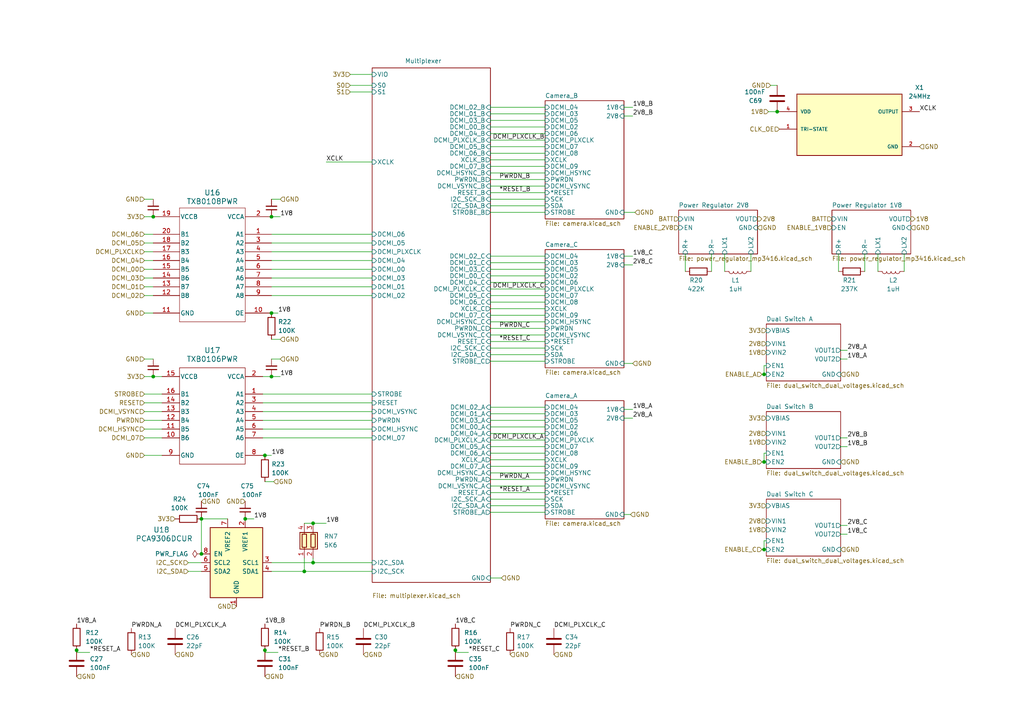
<source format=kicad_sch>
(kicad_sch (version 20250114) (generator "eeschema") (generator_version "9.0")
  (paper "A4")
  (lib_symbols
    (symbol "Common:ECS-TXO-2016-33-100-TR" (pin_names (offset 1.016))
      (property "Reference" "X" (at -15.2838 8.1513 0))
      (property "Value" "ECS-TXO-2016-33-100-TR" (at -15.2592 -12.716 0))
      (symbol "ECS-TXO-2016-33-100-TR_0_0"
        (pin input line (at -20.32 -2.54 0) (length 5.08) (name "TRI-STATE") (number "1"))
        (pin output line (at 20.32 2.54 180) (length 5.08) (name "OUTPUT") (number "3"))
        (pin power_in line (at 20.32 -7.62 180) (length 5.08) (name "GND") (number "2"))
      )
      (symbol "ECS-TXO-2016-33-100-TR_1_0"
        (pin power_in line (at -20.32 2.54 0) (length 5.08) (name "VDD") (number "4"))
      )
    )
    (symbol "Common:TXB0106PWR" (pin_names (offset 0.254))
      (property "Reference" "U" (at 9.398 32.258 0))
      (property "Value" "TXB0106PWR" (at 8.89 29.718 0))
      (symbol "TXB0106PWR_0_1"
        (pin power_in line (at -5.08 25.4 0) (length 5.08) (name "VCCA") (number "2"))
        (pin bidirectional line (at -5.08 20.32 0) (length 5.08) (name "A1") (number "1"))
        (pin bidirectional line (at -5.08 17.78 0) (length 5.08) (name "A2") (number "3"))
        (pin bidirectional line (at -5.08 15.24 0) (length 5.08) (name "A3") (number "4"))
        (pin bidirectional line (at -5.08 12.7 0) (length 5.08) (name "A4") (number "5"))
        (pin bidirectional line (at -5.08 10.16 0) (length 5.08) (name "A5") (number "6"))
        (pin bidirectional line (at -5.08 7.62 0) (length 5.08) (name "A6") (number "7"))
        (pin input line (at -5.08 2.54 0) (length 5.08) (name "OE") (number "8"))
        (pin power_in line (at 24.13 25.4 180) (length 5.08) (name "VCCB") (number "15"))
        (pin bidirectional line (at 24.13 20.32 180) (length 5.08) (name "B1") (number "16"))
        (pin bidirectional line (at 24.13 17.78 180) (length 5.08) (name "B2") (number "14"))
        (pin bidirectional line (at 24.13 15.24 180) (length 5.08) (name "B3") (number "13"))
        (pin bidirectional line (at 24.13 12.7 180) (length 5.08) (name "B4") (number "12"))
        (pin bidirectional line (at 24.13 10.16 180) (length 5.08) (name "B5") (number "11"))
        (pin bidirectional line (at 24.13 7.62 180) (length 5.08) (name "B6") (number "10"))
        (pin power_in line (at 24.13 2.54 180) (length 5.08) (name "GND") (number "9"))
      )
    )
    (symbol "Common:TXB0108PWR" (pin_names (offset 0.254))
      (property "Reference" "U" (at 10.16 38.1 0))
      (property "Value" "TXB0108PWR" (at 10.16 35.56 0))
      (symbol "TXB0108PWR_0_1"
        (pin power_in line (at -7.62 30.48 0) (length 7.62) (name "VCCA") (number "2"))
        (pin bidirectional line (at -7.62 25.4 0) (length 7.62) (name "A1") (number "1"))
        (pin bidirectional line (at -7.62 22.86 0) (length 7.62) (name "A2") (number "3"))
        (pin bidirectional line (at -7.62 20.32 0) (length 7.62) (name "A3") (number "4"))
        (pin bidirectional line (at -7.62 17.78 0) (length 7.62) (name "A4") (number "5"))
        (pin bidirectional line (at -7.62 15.24 0) (length 7.62) (name "A5") (number "6"))
        (pin bidirectional line (at -7.62 12.7 0) (length 7.62) (name "A6") (number "7"))
        (pin bidirectional line (at -7.62 10.16 0) (length 7.62) (name "A7") (number "8"))
        (pin bidirectional line (at -7.62 7.62 0) (length 7.62) (name "A8") (number "9"))
        (pin bidirectional line (at 26.67 25.4 180) (length 7.62) (name "B1") (number "20"))
        (pin bidirectional line (at 26.67 22.86 180) (length 7.62) (name "B2") (number "18"))
        (pin bidirectional line (at 26.67 20.32 180) (length 7.62) (name "B3") (number "17"))
        (pin bidirectional line (at 26.67 17.78 180) (length 7.62) (name "B4") (number "16"))
        (pin bidirectional line (at 26.67 15.24 180) (length 7.62) (name "B5") (number "15"))
        (pin bidirectional line (at 26.67 12.7 180) (length 7.62) (name "B6") (number "14"))
        (pin bidirectional line (at 26.67 10.16 180) (length 7.62) (name "B7") (number "13"))
        (pin bidirectional line (at 26.67 7.62 180) (length 7.62) (name "B8") (number "12"))
        (pin power_in line (at 26.67 2.54 180) (length 7.62) (name "GND") (number "11"))
      )
      (symbol "TXB0108PWR_1_1"
        (pin input line (at -7.62 2.54 0) (length 7.62) (name "OE") (number "10"))
        (pin power_in line (at 26.67 30.48 180) (length 7.62) (name "VCCB") (number "19"))
      )
    )
    (symbol "Device:C" (pin_numbers (hide yes)) (pin_names (offset 0.254))
      (property "Reference" "C" (at 0.635 2.54 0))
      (property "Value" "C" (at 0.635 -2.54 0))
      (symbol "C_1_1"
        (pin passive line (at 0 3.81 270) (length 2.794) (name "~") (number "1"))
        (pin passive line (at 0 -3.81 90) (length 2.794) (name "~") (number "2"))
      )
    )
    (symbol "Device:C_Small" (pin_numbers (hide yes)) (pin_names (offset 0.254) (hide yes))
      (property "Reference" "C" (at 0.254 1.778 0))
      (property "Value" "C_Small" (at 0.254 -2.032 0))
      (symbol "C_Small_1_1"
        (pin passive line (at 0 2.54 270) (length 2.032) (name "~") (number "1"))
        (pin passive line (at 0 -2.54 90) (length 2.032) (name "~") (number "2"))
      )
    )
    (symbol "Device:L" (pin_numbers (hide yes)) (pin_names (offset 1.016) (hide yes))
      (property "Reference" "L" (at -1.27 0 90))
      (property "Value" "L" (at 1.905 0 90))
      (symbol "L_1_1"
        (pin passive line (at 0 3.81 270) (length 1.27) (name "1") (number "1"))
        (pin passive line (at 0 -3.81 90) (length 1.27) (name "2") (number "2"))
      )
    )
    (symbol "Device:R" (pin_numbers (hide yes)) (pin_names (offset 0))
      (property "Reference" "R" (at 2.032 0 90))
      (property "Value" "R" (at 0 0 90))
      (symbol "R_1_1"
        (pin passive line (at 0 3.81 270) (length 1.27) (name "~") (number "1"))
        (pin passive line (at 0 -3.81 90) (length 1.27) (name "~") (number "2"))
      )
    )
    (symbol "Device:R_Pack02" (pin_names (offset 0) (hide yes))
      (property "Reference" "RN" (at -5.08 0 90))
      (property "Value" "R_Pack02" (at 2.54 0 90))
      (symbol "R_Pack02_1_1"
        (pin passive line (at -2.54 5.08 270) (length 2.54) (name "R1.2") (number "4"))
        (pin passive line (at -2.54 -5.08 90) (length 2.54) (name "R1.1") (number "1"))
        (pin passive line (at 0 5.08 270) (length 2.54) (name "R2.2") (number "3"))
        (pin passive line (at 0 -5.08 90) (length 2.54) (name "R2.1") (number "2"))
      )
    )
    (symbol "Interface:PCA9306" (pin_names (offset 1.016))
      (property "Reference" "U" (at -7.62 11.43 0))
      (property "Value" "PCA9306" (at 5.08 11.43 0))
      (symbol "PCA9306_1_1"
        (pin bidirectional line (at -10.16 0 0) (length 2.54) (name "SCL1") (number "3"))
        (pin bidirectional line (at -10.16 -2.54 0) (length 2.54) (name "SDA1") (number "4"))
        (pin power_in line (at -2.54 12.7 270) (length 2.54) (name "VREF1") (number "2"))
        (pin power_in line (at 0 -12.7 90) (length 2.54) (name "GND") (number "1"))
        (pin power_in line (at 2.54 12.7 270) (length 2.54) (name "VREF2") (number "7"))
        (pin input line (at 10.16 2.54 180) (length 2.54) (name "EN") (number "8"))
        (pin bidirectional line (at 10.16 0 180) (length 2.54) (name "SCL2") (number "6"))
        (pin bidirectional line (at 10.16 -2.54 180) (length 2.54) (name "SDA2") (number "5"))
      )
    )
    (symbol "power:PWR_FLAG" (power) (pin_numbers (hide yes)) (pin_names (offset 0) (hide yes))
      (property "Value" "PWR_FLAG" (at 0 3.81 0))
      (symbol "PWR_FLAG_0_0"
        (pin power_out line (at 0 0 90) (length 0) (name "~") (number "1"))
      )
    )
  )
  (junction (at 76.835 188.595))
  (junction (at 58.42 150.495))
  (junction (at 71.12 150.495))
  (junction (at 90.805 151.765))
  (junction (at 221.615 159.385))
  (junction (at 58.42 160.655))
  (junction (at 78.74 90.805))
  (junction (at 90.805 163.195))
  (junction (at 44.45 109.22))
  (junction (at 221.615 108.585))
  (junction (at 44.45 62.865))
  (junction (at 76.835 132.08))
  (junction (at 221.615 133.985))
  (junction (at 88.265 165.735))
  (junction (at 22.225 188.595))
  (junction (at 225.425 32.385))
  (junction (at 78.74 62.865))
  (junction (at 78.74 109.22))
  (junction (at 132.08 188.595))
  (wire (pts (xy 142.24 118.11) (xy 158.115 118.11)))
  (wire (pts (xy 41.91 67.945) (xy 44.45 67.945)))
  (wire (pts (xy 41.91 132.08) (xy 46.99 132.08)))
  (wire (pts (xy 76.2 114.3) (xy 107.95 114.3)))
  (wire (pts (xy 132.08 189.23) (xy 132.08 188.595)))
  (wire (pts (xy 142.24 50.165) (xy 158.115 50.165)))
  (wire (pts (xy 78.74 85.725) (xy 107.95 85.725)))
  (wire (pts (xy 142.24 125.73) (xy 158.115 125.73)))
  (wire (pts (xy 142.24 129.54) (xy 158.115 129.54)))
  (wire (pts (xy 142.24 139.065) (xy 158.115 139.065)))
  (wire (pts (xy 225.425 32.385) (xy 226.06 32.385)))
  (wire (pts (xy 78.74 75.565) (xy 107.95 75.565)))
  (wire (pts (xy 225.425 24.765) (xy 223.52 24.765)))
  (wire (pts (xy 198.755 73.66) (xy 198.755 78.74)))
  (wire (pts (xy 145.415 167.64) (xy 142.24 167.64)))
  (wire (pts (xy 142.24 34.925) (xy 158.115 34.925)))
  (wire (pts (xy 142.24 121.92) (xy 158.115 121.92)))
  (wire (pts (xy 142.24 100.965) (xy 158.115 100.965)))
  (wire (pts (xy 245.745 154.94) (xy 243.84 154.94)))
  (wire (pts (xy 76.2 109.22) (xy 78.74 109.22)))
  (wire (pts (xy 78.74 73.025) (xy 107.95 73.025)))
  (wire (pts (xy 183.515 121.285) (xy 180.975 121.285)))
  (wire (pts (xy 142.24 91.44) (xy 158.115 91.44)))
  (wire (pts (xy 41.91 85.725) (xy 44.45 85.725)))
  (wire (pts (xy 41.91 73.025) (xy 44.45 73.025)))
  (wire (pts (xy 142.24 93.345) (xy 158.115 93.345)))
  (wire (pts (xy 58.42 160.655) (xy 58.42 150.495)))
  (wire (pts (xy 41.91 75.565) (xy 44.45 75.565)))
  (wire (pts (xy 210.185 73.66) (xy 210.185 78.74)))
  (wire (pts (xy 78.74 67.945) (xy 107.95 67.945)))
  (wire (pts (xy 88.265 165.735) (xy 107.95 165.735)))
  (wire (pts (xy 142.24 44.45) (xy 158.115 44.45)))
  (wire (pts (xy 78.74 163.195) (xy 90.805 163.195)))
  (wire (pts (xy 78.74 83.185) (xy 107.95 83.185)))
  (wire (pts (xy 206.375 73.66) (xy 206.375 78.74)))
  (wire (pts (xy 142.24 46.355) (xy 158.115 46.355)))
  (wire (pts (xy 41.91 127) (xy 46.99 127)))
  (wire (pts (xy 142.24 48.26) (xy 158.115 48.26)))
  (wire (pts (xy 76.2 124.46) (xy 107.95 124.46)))
  (wire (pts (xy 221.615 106.045) (xy 221.615 108.585)))
  (wire (pts (xy 183.515 74.295) (xy 180.975 74.295)))
  (wire (pts (xy 245.745 101.6) (xy 243.84 101.6)))
  (wire (pts (xy 142.24 76.2) (xy 158.115 76.2)))
  (wire (pts (xy 81.28 57.785) (xy 78.74 57.785)))
  (wire (pts (xy 41.91 119.38) (xy 46.99 119.38)))
  (wire (pts (xy 220.98 133.985) (xy 221.615 133.985)))
  (wire (pts (xy 142.24 40.64) (xy 158.115 40.64)))
  (wire (pts (xy 26.035 189.23) (xy 22.225 189.23)))
  (wire (pts (xy 76.2 119.38) (xy 107.95 119.38)))
  (wire (pts (xy 90.805 151.765) (xy 94.615 151.765)))
  (wire (pts (xy 245.745 129.54) (xy 243.84 129.54)))
  (wire (pts (xy 58.42 150.495) (xy 66.04 150.495)))
  (wire (pts (xy 76.835 189.23) (xy 76.835 188.595)))
  (wire (pts (xy 142.24 102.87) (xy 158.115 102.87)))
  (wire (pts (xy 41.91 78.105) (xy 44.45 78.105)))
  (wire (pts (xy 41.91 62.865) (xy 44.45 62.865)))
  (wire (pts (xy 221.615 159.385) (xy 222.25 159.385)))
  (wire (pts (xy 184.15 61.595) (xy 180.975 61.595)))
  (wire (pts (xy 142.24 87.63) (xy 158.115 87.63)))
  (wire (pts (xy 78.74 70.485) (xy 107.95 70.485)))
  (wire (pts (xy 90.805 161.925) (xy 90.805 163.195)))
  (wire (pts (xy 142.24 53.975) (xy 158.115 53.975)))
  (wire (pts (xy 142.24 89.535) (xy 158.115 89.535)))
  (wire (pts (xy 220.98 159.385) (xy 221.615 159.385)))
  (wire (pts (xy 78.74 78.105) (xy 107.95 78.105)))
  (wire (pts (xy 142.24 144.78) (xy 158.115 144.78)))
  (wire (pts (xy 78.74 165.735) (xy 88.265 165.735)))
  (wire (pts (xy 142.24 97.155) (xy 158.115 97.155)))
  (wire (pts (xy 142.24 140.97) (xy 158.115 140.97)))
  (wire (pts (xy 142.24 81.915) (xy 158.115 81.915)))
  (wire (pts (xy 54.61 165.735) (xy 58.42 165.735)))
  (wire (pts (xy 76.2 121.92) (xy 107.95 121.92)))
  (wire (pts (xy 142.24 31.115) (xy 158.115 31.115)))
  (wire (pts (xy 76.2 132.08) (xy 76.835 132.08)))
  (wire (pts (xy 142.24 142.875) (xy 158.115 142.875)))
  (wire (pts (xy 142.24 61.595) (xy 158.115 61.595)))
  (wire (pts (xy 81.28 62.865) (xy 78.74 62.865)))
  (wire (pts (xy 41.91 124.46) (xy 46.99 124.46)))
  (wire (pts (xy 41.91 116.84) (xy 46.99 116.84)))
  (wire (pts (xy 222.25 131.445) (xy 221.615 131.445)))
  (wire (pts (xy 78.74 80.645) (xy 107.95 80.645)))
  (wire (pts (xy 142.24 36.83) (xy 158.115 36.83)))
  (wire (pts (xy 54.61 163.195) (xy 58.42 163.195)))
  (wire (pts (xy 41.91 109.22) (xy 44.45 109.22)))
  (wire (pts (xy 41.91 90.805) (xy 44.45 90.805)))
  (wire (pts (xy 76.2 127) (xy 107.95 127)))
  (wire (pts (xy 81.28 104.14) (xy 78.74 104.14)))
  (wire (pts (xy 142.24 80.01) (xy 158.115 80.01)))
  (wire (pts (xy 142.24 123.825) (xy 158.115 123.825)))
  (wire (pts (xy 44.45 109.22) (xy 46.99 109.22)))
  (wire (pts (xy 254.635 73.66) (xy 254.635 78.74)))
  (wire (pts (xy 142.24 78.105) (xy 158.115 78.105)))
  (wire (pts (xy 135.89 189.23) (xy 132.08 189.23)))
  (wire (pts (xy 41.91 104.14) (xy 44.45 104.14)))
  (wire (pts (xy 142.24 33.02) (xy 158.115 33.02)))
  (wire (pts (xy 142.24 85.725) (xy 158.115 85.725)))
  (wire (pts (xy 142.24 135.255) (xy 158.115 135.255)))
  (wire (pts (xy 183.515 33.655) (xy 180.975 33.655)))
  (wire (pts (xy 41.91 121.92) (xy 46.99 121.92)))
  (wire (pts (xy 262.255 73.66) (xy 262.255 78.74)))
  (wire (pts (xy 41.91 80.645) (xy 44.45 80.645)))
  (wire (pts (xy 142.24 146.685) (xy 158.115 146.685)))
  (wire (pts (xy 41.91 70.485) (xy 44.45 70.485)))
  (wire (pts (xy 222.885 32.385) (xy 225.425 32.385)))
  (wire (pts (xy 41.91 114.3) (xy 46.99 114.3)))
  (wire (pts (xy 217.805 73.66) (xy 217.805 78.74)))
  (wire (pts (xy 90.805 163.195) (xy 107.95 163.195)))
  (wire (pts (xy 183.515 105.41) (xy 180.975 105.41)))
  (wire (pts (xy 221.615 108.585) (xy 222.25 108.585)))
  (wire (pts (xy 79.375 139.7) (xy 76.835 139.7)))
  (wire (pts (xy 222.25 106.045) (xy 221.615 106.045)))
  (wire (pts (xy 41.91 83.185) (xy 44.45 83.185)))
  (wire (pts (xy 250.825 73.66) (xy 250.825 78.74)))
  (wire (pts (xy 142.24 148.59) (xy 158.115 148.59)))
  (wire (pts (xy 245.745 152.4) (xy 243.84 152.4)))
  (wire (pts (xy 76.2 116.84) (xy 107.95 116.84)))
  (wire (pts (xy 142.24 52.07) (xy 158.115 52.07)))
  (wire (pts (xy 245.745 127) (xy 243.84 127)))
  (wire (pts (xy 101.6 24.765) (xy 107.95 24.765)))
  (wire (pts (xy 81.28 98.425) (xy 78.74 98.425)))
  (wire (pts (xy 80.645 189.23) (xy 76.835 189.23)))
  (wire (pts (xy 22.225 189.23) (xy 22.225 188.595)))
  (wire (pts (xy 142.24 104.775) (xy 158.115 104.775)))
  (wire (pts (xy 183.515 118.745) (xy 180.975 118.745)))
  (wire (pts (xy 88.265 161.925) (xy 88.265 165.735)))
  (wire (pts (xy 142.24 133.35) (xy 158.115 133.35)))
  (wire (pts (xy 142.24 120.015) (xy 158.115 120.015)))
  (wire (pts (xy 73.66 150.495) (xy 71.12 150.495)))
  (wire (pts (xy 221.615 133.985) (xy 222.25 133.985)))
  (wire (pts (xy 80.645 90.805) (xy 78.74 90.805)))
  (wire (pts (xy 81.28 109.22) (xy 78.74 109.22)))
  (wire (pts (xy 183.515 76.835) (xy 180.975 76.835)))
  (wire (pts (xy 243.205 73.66) (xy 243.205 78.74)))
  (wire (pts (xy 221.615 156.845) (xy 221.615 159.385)))
  (wire (pts (xy 245.745 104.14) (xy 243.84 104.14)))
  (wire (pts (xy 222.25 156.845) (xy 221.615 156.845)))
  (wire (pts (xy 142.24 137.16) (xy 158.115 137.16)))
  (wire (pts (xy 142.24 55.88) (xy 158.115 55.88)))
  (wire (pts (xy 76.835 132.08) (xy 78.74 132.08)))
  (wire (pts (xy 101.6 21.59) (xy 107.95 21.59)))
  (wire (pts (xy 142.24 38.735) (xy 158.115 38.735)))
  (wire (pts (xy 220.98 108.585) (xy 221.615 108.585)))
  (wire (pts (xy 142.24 83.82) (xy 158.115 83.82)))
  (wire (pts (xy 142.24 127.635) (xy 158.115 127.635)))
  (wire (pts (xy 221.615 131.445) (xy 221.615 133.985)))
  (wire (pts (xy 101.6 26.67) (xy 107.95 26.67)))
  (wire (pts (xy 41.91 57.785) (xy 44.45 57.785)))
  (wire (pts (xy 142.24 131.445) (xy 158.115 131.445)))
  (wire (pts (xy 88.265 151.765) (xy 90.805 151.765)))
  (wire (pts (xy 142.24 57.785) (xy 158.115 57.785)))
  (wire (pts (xy 183.515 31.115) (xy 180.975 31.115)))
  (wire (pts (xy 94.615 46.99) (xy 107.95 46.99)))
  (wire (pts (xy 182.88 149.225) (xy 180.975 149.225)))
  (wire (pts (xy 142.24 95.25) (xy 158.115 95.25)))
  (wire (pts (xy 142.24 59.69) (xy 158.115 59.69)))
  (wire (pts (xy 142.24 74.295) (xy 158.115 74.295)))
  (wire (pts (xy 142.24 42.545) (xy 158.115 42.545)))
  (wire (pts (xy 142.24 99.06) (xy 158.115 99.06)))
  (label "1V8" (at 81.28 62.865 0))
  (label "1V8_A" (at 183.515 118.745 0))
  (label "XCLK" (at 266.7 32.385 0))
  (label "1V8_B" (at 76.835 180.975 0))
  (label "2V8_A" (at 183.515 121.285 0))
  (label "1V8_C" (at 245.745 154.94 0))
  (label "DCMI_PLXCLK_C" (at 142.875 83.82 0))
  (label "1V8" (at 80.645 90.805 0))
  (label "DCMI_PLXCLK_A" (at 142.875 127.635 0))
  (label "*RESET_C" (at 144.78 99.06 0))
  (label "*RESET_A" (at 26.035 189.23 0))
  (label "1V8_C" (at 132.08 180.975 0))
  (label "2V8_A" (at 245.745 101.6 0))
  (label "*RESET_C" (at 135.89 189.23 0))
  (label "2V8_B" (at 245.745 127 0))
  (label "2V8_C" (at 245.745 152.4 0))
  (label "*RESET_B" (at 80.645 189.23 0))
  (label "DCMI_PLXCLK_B" (at 142.875 40.64 0))
  (label "PWRDN_A" (at 38.1 182.245 0))
  (label "DCMI_PLXCLK_A" (at 50.8 182.245 0))
  (label "PWRDN_B" (at 92.71 182.245 0))
  (label "1V8_A" (at 22.225 180.975 0))
  (label "*RESET_A" (at 144.78 142.875 0))
  (label "PWRDN_C" (at 147.955 182.245 0))
  (label "1V8_A" (at 245.745 104.14 0))
  (label "1V8_C" (at 183.515 74.295 0))
  (label "XCLK" (at 94.615 46.99 0))
  (label "DCMI_PLXCLK_B" (at 105.41 182.245 0))
  (label "2V8_C" (at 183.515 76.835 0))
  (label "1V8" (at 78.74 132.08 0))
  (label "PWRDN_B" (at 144.78 52.07 0))
  (label "1V8_B" (at 245.745 129.54 0))
  (label "PWRDN_C" (at 144.78 95.25 0))
  (label "2V8_B" (at 183.515 33.655 0))
  (label "DCMI_PLXCLK_C" (at 160.655 182.245 0))
  (label "1V8" (at 81.28 109.22 0))
  (label "1V8" (at 73.66 150.495 0))
  (label "PWRDN_A" (at 144.78 139.065 0))
  (label "*RESET_B" (at 144.78 55.88 0))
  (label "1V8_B" (at 183.515 31.115 0))
  (label "1V8" (at 94.615 151.765 0))
  (hierarchical_label "ENABLE_B" (shape input) (at 220.98 133.985 180))
  (hierarchical_label "GND" (shape input) (at 81.28 98.425 0))
  (hierarchical_label "GND" (shape input) (at 219.71 66.04 0))
  (hierarchical_label "DCMI_00" (shape input) (at 41.91 78.105 180))
  (hierarchical_label "GND" (shape input) (at 71.12 145.415 180))
  (hierarchical_label "DCMI_05" (shape input) (at 41.91 70.485 180))
  (hierarchical_label "1V8" (shape input) (at 222.885 32.385 180))
  (hierarchical_label "DCMI_06" (shape input) (at 41.91 67.945 180))
  (hierarchical_label "S1" (shape input) (at 101.6 26.67 180))
  (hierarchical_label "GND" (shape input) (at 68.58 175.895 180))
  (hierarchical_label "DCMI_PLXCLK" (shape input) (at 41.91 73.025 180))
  (hierarchical_label "BATT" (shape input) (at 241.3 63.5 180))
  (hierarchical_label "1V8" (shape input) (at 222.25 102.235 180))
  (hierarchical_label "GND" (shape input) (at 41.91 90.805 180))
  (hierarchical_label "DCMI_HSYNC" (shape input) (at 41.91 124.46 180))
  (hierarchical_label "GND" (shape input) (at 92.71 189.865 0))
  (hierarchical_label "3V3" (shape input) (at 222.25 146.685 180))
  (hierarchical_label "DCMI_04" (shape input) (at 41.91 75.565 180))
  (hierarchical_label "GND" (shape input) (at 41.91 104.14 180))
  (hierarchical_label "GND" (shape input) (at 81.28 104.14 0))
  (hierarchical_label "GND" (shape input) (at 243.84 108.585 0))
  (hierarchical_label "GND" (shape input) (at 145.415 167.64 0))
  (hierarchical_label "ENABLE_1V8" (shape input) (at 241.3 66.04 180))
  (hierarchical_label "GND" (shape input) (at 38.1 189.865 0))
  (hierarchical_label "CLK_OE" (shape input) (at 226.06 37.465 180))
  (hierarchical_label "GND" (shape input) (at 182.88 149.225 0))
  (hierarchical_label "GND" (shape input) (at 184.15 61.595 0))
  (hierarchical_label "2V8" (shape input) (at 222.25 151.13 180))
  (hierarchical_label "DCMI_02" (shape input) (at 41.91 85.725 180))
  (hierarchical_label "DCMI_VSYNC" (shape input) (at 41.91 119.38 180))
  (hierarchical_label "GND" (shape input) (at 160.655 189.865 0))
  (hierarchical_label "DCMI_03" (shape input) (at 41.91 80.645 180))
  (hierarchical_label "I2C_SCK" (shape input) (at 54.61 163.195 180))
  (hierarchical_label "GND" (shape input) (at 105.41 189.865 0))
  (hierarchical_label "PWRDN" (shape input) (at 41.91 121.92 180))
  (hierarchical_label "GND" (shape input) (at 41.91 132.08 180))
  (hierarchical_label "GND" (shape input) (at 22.225 196.215 0))
  (hierarchical_label "3V3" (shape input) (at 41.91 62.865 180))
  (hierarchical_label "2V8" (shape output) (at 219.71 63.5 0))
  (hierarchical_label "RESET" (shape input) (at 41.91 116.84 180))
  (hierarchical_label "1V8" (shape input) (at 222.25 153.67 180))
  (hierarchical_label "BATT" (shape input) (at 196.85 63.5 180))
  (hierarchical_label "1V8" (shape input) (at 222.25 128.27 180))
  (hierarchical_label "2V8" (shape input) (at 222.25 99.695 180))
  (hierarchical_label "ENABLE_2V8" (shape input) (at 196.85 66.04 180))
  (hierarchical_label "GND" (shape input) (at 243.84 159.385 0))
  (hierarchical_label "ENABLE_C" (shape input) (at 220.98 159.385 180))
  (hierarchical_label "STROBE" (shape input) (at 41.91 114.3 180))
  (hierarchical_label "GND" (shape input) (at 41.91 57.785 180))
  (hierarchical_label "1V8" (shape output) (at 264.16 63.5 0))
  (hierarchical_label "GND" (shape input) (at 79.375 139.7 0))
  (hierarchical_label "I2C_SDA" (shape input) (at 54.61 165.735 180))
  (hierarchical_label "GND" (shape input) (at 132.08 196.215 0))
  (hierarchical_label "3V3" (shape input) (at 41.91 109.22 180))
  (hierarchical_label "GND" (shape input) (at 147.955 189.865 0))
  (hierarchical_label "GND" (shape input) (at 183.515 105.41 0))
  (hierarchical_label "GND" (shape input) (at 266.7 42.545 0))
  (hierarchical_label "GND" (shape input) (at 223.52 24.765 180))
  (hierarchical_label "3V3" (shape input) (at 101.6 21.59 180))
  (hierarchical_label "GND" (shape input) (at 243.84 133.985 0))
  (hierarchical_label "3V3" (shape input) (at 50.8 150.495 180))
  (hierarchical_label "3V3" (shape input) (at 222.25 95.885 180))
  (hierarchical_label "GND" (shape input) (at 264.16 66.04 0))
  (hierarchical_label "GND" (shape input) (at 58.42 145.415 0))
  (hierarchical_label "S0" (shape input) (at 101.6 24.765 180))
  (hierarchical_label "2V8" (shape input) (at 222.25 125.73 180))
  (hierarchical_label "GND" (shape input) (at 50.8 189.865 0))
  (hierarchical_label "GND" (shape input) (at 81.28 57.785 0))
  (hierarchical_label "3V3" (shape input) (at 222.25 121.285 180))
  (hierarchical_label "DCMI_01" (shape input) (at 41.91 83.185 180))
  (hierarchical_label "GND" (shape input) (at 76.835 196.215 0))
  (hierarchical_label "ENABLE_A" (shape input) (at 220.98 108.585 180))
  (hierarchical_label "DCMI_07" (shape input) (at 41.91 127 180))
  (symbol (lib_id "Device:R") (at 78.74 94.615 0) (unit 1)
    (property "Reference" "R22" (at 80.645 93.3449 0) (effects (justify left)))
    (property "Value" "100K" (at 80.645 95.8849 0) (effects (justify left)))
    (property "Footprint" "Resistor_SMD:R_0402_1005Metric_Pad0.72x0.64mm_HandSolder" (effects (hide yes)))
    (property "Datasheet" "https://www.yageo.com/upload/media/product/products/datasheet/rchip/PYu-RC_Group_51_RoHS_L_12.pdf" (effects (hide yes)))
    (property "Description" "Resistor" (effects (hide yes)))
    (property "Tolerance" "1" (effects (hide yes)))
    (property "Manufacturer" "YAGEO" (effects (hide yes)))
    (property "Part Number" "RC0402FR-07100KL" (effects (hide yes)))
  )
  (symbol (lib_id "Device:C_Small") (at 78.74 60.325 0) (mirror x) (unit 1)
    (property "Reference" "C71" (effects (hide yes)))
    (property "Value" "100nF" (effects (hide yes)))
    (property "Footprint" "Capacitor_SMD:C_0402_1005Metric_Pad0.74x0.62mm_HandSolder" (effects (hide yes)))
    (property "Datasheet" "https://search.murata.co.jp/Ceramy/image/img/A01X/G101/ENG/GRM155R61E104KA87-01.pdf" (effects (hide yes)))
    (property "Description" "Unpolarized capacitor, small symbol" (effects (hide yes)))
    (property "Temperture Coefficient" "X5R" (effects (hide yes)))
    (property "Tolerance" "10" (effects (hide yes)))
    (property "Voltage" "25" (effects (hide yes)))
    (property "Manufacturer" "Murata" (effects (hide yes)))
    (property "Part Number" "GRM155R61E104KA87D" (effects (hide yes)))
  )
  (symbol (lib_id "power:PWR_FLAG") (at 58.42 160.655 90) (unit 1)
    (property "Reference" "#FLG06" (effects (hide yes)))
    (property "Value" "PWR_FLAG" (at 54.61 160.6549 90) (effects (justify left)))
    (property "Description" "Special symbol for telling ERC where power comes from" (effects (hide yes)))
  )
  (symbol (lib_id "Device:C") (at 50.8 186.055 0) (unit 1)
    (property "Reference" "C26" (at 53.975 184.7849 0) (effects (justify left)))
    (property "Value" "22pF" (at 53.975 187.3249 0) (effects (justify left)))
    (property "Footprint" "Capacitor_SMD:C_0402_1005Metric_Pad0.74x0.62mm_HandSolder" (effects (hide yes)))
    (property "Datasheet" "https://search.murata.co.jp/Ceramy/image/img/A01X/G101/ENG/GRT1555C1E220JA02-01.pdf" (effects (hide yes)))
    (property "Description" "Unpolarized capacitor" (effects (hide yes)))
    (property "Tolerance" "5" (effects (hide yes)))
    (property "Voltage" "25" (effects (hide yes)))
    (property "Temperture Coefficient" "C0G/NP0" (effects (hide yes)))
    (property "Manufacturer" "Murata" (effects (hide yes)))
    (property "Part Number" "GRT1555C1E220JA02J" (effects (hide yes)))
  )
  (symbol (lib_id "Device:R") (at 132.08 184.785 0) (unit 1)
    (property "Reference" "R16" (at 134.62 183.5149 0) (effects (justify left)))
    (property "Value" "100K" (at 134.62 186.0549 0) (effects (justify left)))
    (property "Footprint" "Resistor_SMD:R_0402_1005Metric_Pad0.72x0.64mm_HandSolder" (effects (hide yes)))
    (property "Datasheet" "https://www.yageo.com/upload/media/product/products/datasheet/rchip/PYu-RC_Group_51_RoHS_L_12.pdf" (effects (hide yes)))
    (property "Description" "Resistor" (effects (hide yes)))
    (property "Note" "pullup/pulldown" (effects (hide yes)))
    (property "Tolerance" "1" (effects (hide yes)))
    (property "Manufacturer" "YAGEO" (effects (hide yes)))
    (property "Part Number" "RC0402FR-07100KL" (effects (hide yes)))
  )
  (symbol (lib_id "Device:C") (at 76.835 192.405 0) (unit 1)
    (property "Reference" "C31" (at 80.645 191.1349 0) (effects (justify left)))
    (property "Value" "100nF" (at 80.645 193.6749 0) (effects (justify left)))
    (property "Footprint" "Capacitor_SMD:C_0402_1005Metric_Pad0.74x0.62mm_HandSolder" (effects (hide yes)))
    (property "Datasheet" "https://search.murata.co.jp/Ceramy/image/img/A01X/G101/ENG/GRM155R61E104KA87-01.pdf" (effects (hide yes)))
    (property "Description" "Unpolarized capacitor" (effects (hide yes)))
    (property "Tolerance" "10" (effects (hide yes)))
    (property "Voltage" "25" (effects (hide yes)))
    (property "Temperture Coefficient" "X5R" (effects (hide yes)))
    (property "Manufacturer" "Murata" (effects (hide yes)))
    (property "Part Number" "GRM155R61E104KA87D" (effects (hide yes)))
  )
  (symbol (lib_id "Device:C") (at 105.41 186.055 0) (unit 1)
    (property "Reference" "C30" (at 108.585 184.7849 0) (effects (justify left)))
    (property "Value" "22pF" (at 108.585 187.3249 0) (effects (justify left)))
    (property "Footprint" "Capacitor_SMD:C_0402_1005Metric_Pad0.74x0.62mm_HandSolder" (effects (hide yes)))
    (property "Datasheet" "https://search.murata.co.jp/Ceramy/image/img/A01X/G101/ENG/GRT1555C1E220JA02-01.pdf" (effects (hide yes)))
    (property "Description" "Unpolarized capacitor" (effects (hide yes)))
    (property "Tolerance" "5" (effects (hide yes)))
    (property "Voltage" "25" (effects (hide yes)))
    (property "Temperture Coefficient" "C0G/NP0" (effects (hide yes)))
    (property "Manufacturer" "Murata" (effects (hide yes)))
    (property "Part Number" "GRT1555C1E220JA02J" (effects (hide yes)))
  )
  (symbol (lib_id "Device:C") (at 22.225 192.405 0) (unit 1)
    (property "Reference" "C27" (at 26.035 191.1349 0) (effects (justify left)))
    (property "Value" "100nF" (at 26.035 193.6749 0) (effects (justify left)))
    (property "Footprint" "Capacitor_SMD:C_0402_1005Metric_Pad0.74x0.62mm_HandSolder" (effects (hide yes)))
    (property "Datasheet" "https://search.murata.co.jp/Ceramy/image/img/A01X/G101/ENG/GRM155R61E104KA87-01.pdf" (effects (hide yes)))
    (property "Description" "Unpolarized capacitor" (effects (hide yes)))
    (property "Tolerance" "10" (effects (hide yes)))
    (property "Voltage" "25" (effects (hide yes)))
    (property "Temperture Coefficient" "X5R" (effects (hide yes)))
    (property "Manufacturer" "Murata" (effects (hide yes)))
    (property "Part Number" "GRM155R61E104KA87D" (effects (hide yes)))
  )
  (symbol (lib_id "Device:R_Pack02") (at 90.805 156.845 0) (unit 1)
    (property "Reference" "RN7" (at 93.98 155.5749 0) (effects (justify left)))
    (property "Value" "5K6" (at 93.98 158.1149 0) (effects (justify left)))
    (property "Footprint" "Resistor_SMD:R_Array_Convex_2x0402" (effects (hide yes)))
    (property "Datasheet" "https://industrial.panasonic.com/cdbs/www-data/pdf/AOC0000/AOC0000C14.pdf" (effects (hide yes)))
    (property "Description" "2 resistor network, parallel topology" (effects (hide yes)))
    (property "Manufacturer" "Panasonic" (effects (hide yes)))
    (property "Part Number" "EXB-24V562JX" (effects (hide yes)))
    (property "Tolerance" "5" (effects (hide yes)))
  )
  (symbol (lib_id "Common:TXB0108PWR") (at 71.12 93.345 0) (mirror y) (unit 1)
    (property "Reference" "U16" (at 61.595 55.88 0) (effects (font (size 1.524 1.524))))
    (property "Value" "TXB0108PWR" (at 61.595 58.42 0) (effects (font (size 1.524 1.524))))
    (property "Footprint" "Package_SO:TSSOP-20_4.4x6.5mm_P0.65mm" (effects (hide yes)))
    (property "Datasheet" "https://www.ti.com/lit/ds/symlink/txb0108.pdf?HQS=dis-dk-null-digikeymode-dsf-pf-null-wwe&ts=1746948011633" (effects (hide yes)))
    (property "Description" "Voltage Level Translator Bidirectional 1 Circuit 8 Channel 100Mbps 20-TSSOP" (effects (hide yes)))
    (property "Manufacturer" "TI" (effects (hide yes)))
    (property "Part Number" "TXB0108PWR" (effects (hide yes)))
  )
  (symbol (lib_id "Device:C") (at 132.08 192.405 0) (unit 1)
    (property "Reference" "C35" (at 135.89 191.1349 0) (effects (justify left)))
    (property "Value" "100nF" (at 135.89 193.6749 0) (effects (justify left)))
    (property "Footprint" "Capacitor_SMD:C_0402_1005Metric_Pad0.74x0.62mm_HandSolder" (effects (hide yes)))
    (property "Datasheet" "https://search.murata.co.jp/Ceramy/image/img/A01X/G101/ENG/GRM155R61E104KA87-01.pdf" (effects (hide yes)))
    (property "Description" "Unpolarized capacitor" (effects (hide yes)))
    (property "Tolerance" "10" (effects (hide yes)))
    (property "Voltage" "25" (effects (hide yes)))
    (property "Temperture Coefficient" "X5R" (effects (hide yes)))
    (property "Manufacturer" "Murata" (effects (hide yes)))
    (property "Part Number" "GRM155R61E104KA87D" (effects (hide yes)))
  )
  (symbol (lib_id "Common:TXB0106PWR") (at 71.12 134.62 0) (mirror y) (unit 1)
    (property "Reference" "U17" (at 61.595 101.6 0) (effects (font (size 1.524 1.524))))
    (property "Value" "TXB0106PWR" (at 61.595 104.14 0) (effects (font (size 1.524 1.524))))
    (property "Footprint" "Package_SO:TSSOP-16_4.4x5mm_P0.65mm" (effects (hide yes)))
    (property "Datasheet" "https://www.ti.com/lit/ds/symlink/txb0106.pdf?HQS=dis-dk-null-digikeymode-dsf-pf-null-wwe&ts=1746990543534" (effects (hide yes)))
    (property "Description" "Voltage Level Translator Bidirectional 1 Circuit 6 Channel 100Mbps 16-TSSOP" (effects (hide yes)))
    (property "Manufacturer" "TI" (effects (hide yes)))
    (property "Part Number" "TXB0106PWR" (effects (hide yes)))
  )
  (symbol (lib_id "Device:C_Small") (at 44.45 60.325 180) (unit 1)
    (property "Reference" "C70" (effects (hide yes)))
    (property "Value" "100nF" (effects (hide yes)))
    (property "Footprint" "Capacitor_SMD:C_0402_1005Metric_Pad0.74x0.62mm_HandSolder" (effects (hide yes)))
    (property "Datasheet" "https://search.murata.co.jp/Ceramy/image/img/A01X/G101/ENG/GRM155R61E104KA87-01.pdf" (effects (hide yes)))
    (property "Description" "Unpolarized capacitor, small symbol" (effects (hide yes)))
    (property "Temperture Coefficient" "X5R" (effects (hide yes)))
    (property "Tolerance" "10" (effects (hide yes)))
    (property "Voltage" "25" (effects (hide yes)))
    (property "Manufacturer" "Murata" (effects (hide yes)))
    (property "Part Number" "GRM155R61E104KA87D" (effects (hide yes)))
  )
  (symbol (lib_id "Device:C") (at 225.425 28.575 0) (mirror x) (unit 1)
    (property "Reference" "C69" (at 217.17 29.21 0) (effects (justify left)))
    (property "Value" "100nF" (at 215.9 26.67 0) (effects (justify left)))
    (property "Footprint" "Capacitor_SMD:C_0402_1005Metric_Pad0.74x0.62mm_HandSolder" (effects (hide yes)))
    (property "Datasheet" "https://search.murata.co.jp/Ceramy/image/img/A01X/G101/ENG/GRM155R61E104KA87-01.pdf" (effects (hide yes)))
    (property "Description" "Unpolarized capacitor" (effects (hide yes)))
    (property "Voltage" "25" (effects (hide yes)))
    (property "Tolerance" "10" (effects (hide yes)))
    (property "Temperture Coefficient" "X5R" (effects (hide yes)))
    (property "Manufacturer" "Murata" (effects (hide yes)))
    (property "Part Number" "GRM155R61E104KA87D" (effects (hide yes)))
  )
  (symbol (lib_id "Device:L") (at 213.995 78.74 270) (unit 1)
    (property "Reference" "L1" (at 213.36 81.28 90))
    (property "Value" "1uH" (at 213.36 83.82 90))
    (property "Footprint" "Inductor_SMD:L_1008_2520Metric_Pad1.43x2.20mm_HandSolder" (effects (hide yes)))
    (property "Datasheet" "https://www.murata.com/~/media/webrenewal/products/inductor/chip/tokoproducts/wirewoundmetalalloychiptype/m_dfe252012p.ashx" (effects (hide yes)))
    (property "Description" "Inductor" (effects (hide yes)))
    (property "Amps" "3.2" (effects (hide yes)))
    (property "Manufacturer" "Murata" (effects (hide yes)))
    (property "Part Number" "DFE252012P-1R0M=P2" (effects (hide yes)))
  )
  (symbol (lib_id "Device:R") (at 54.61 150.495 90) (unit 1)
    (property "Reference" "R24" (at 52.07 144.78 90))
    (property "Value" "100K" (at 52.07 147.32 90))
    (property "Footprint" "Resistor_SMD:R_0402_1005Metric_Pad0.72x0.64mm_HandSolder" (effects (hide yes)))
    (property "Datasheet" "https://www.yageo.com/upload/media/product/products/datasheet/rchip/PYu-RC_Group_51_RoHS_L_12.pdf" (effects (hide yes)))
    (property "Description" "Resistor" (effects (hide yes)))
    (property "Tolerance" "1" (effects (hide yes)))
    (property "Manufacturer" "YAGEO" (effects (hide yes)))
    (property "Part Number" "RC0402FR-07100KL" (effects (hide yes)))
  )
  (symbol (lib_id "Common:ECS-TXO-2016-33-100-TR") (at 246.38 34.925 0) (unit 1)
    (property "Reference" "X1" (at 266.7 25.4 0))
    (property "Value" "24MHz" (at 266.7 27.94 0))
    (property "Footprint" "Oscillator:Oscillator_SMD_ECS_2520MV-xxx-xx-4Pin_2.5x2.0mm" (effects (hide yes)))
    (property "Datasheet" "https://ecsxtal.com/store/pdf/ECS-2520MV.pdf" (effects (hide yes)))
    (property "Description" "Oscillator" (effects (hide yes)))
    (property "Manufacturer" "ECS" (effects (hide yes)))
    (property "Part Number" "ECS-2520MV-240-BN-TR" (effects (hide yes)))
  )
  (symbol (lib_id "Device:C_Small") (at 78.74 106.68 0) (mirror x) (unit 1)
    (property "Reference" "C73" (effects (hide yes)))
    (property "Value" "100nF" (effects (hide yes)))
    (property "Footprint" "Capacitor_SMD:C_0402_1005Metric_Pad0.74x0.62mm_HandSolder" (effects (hide yes)))
    (property "Datasheet" "https://search.murata.co.jp/Ceramy/image/img/A01X/G101/ENG/GRM155R61E104KA87-01.pdf" (effects (hide yes)))
    (property "Description" "Unpolarized capacitor, small symbol" (effects (hide yes)))
    (property "Temperture Coefficient" "X5R" (effects (hide yes)))
    (property "Tolerance" "10" (effects (hide yes)))
    (property "Voltage" "25" (effects (hide yes)))
    (property "Manufacturer" "Murata" (effects (hide yes)))
    (property "Part Number" "GRM155R61E104KA87D" (effects (hide yes)))
  )
  (symbol (lib_id "Device:R") (at 147.955 186.055 0) (unit 1)
    (property "Reference" "R17" (at 149.86 184.7849 0) (effects (justify left)))
    (property "Value" "100K" (at 149.86 187.3249 0) (effects (justify left)))
    (property "Footprint" "Resistor_SMD:R_0402_1005Metric_Pad0.72x0.64mm_HandSolder" (effects (hide yes)))
    (property "Datasheet" "https://www.yageo.com/upload/media/product/products/datasheet/rchip/PYu-RC_Group_51_RoHS_L_12.pdf" (effects (hide yes)))
    (property "Description" "Resistor" (effects (hide yes)))
    (property "Note" "pullup/pulldown" (effects (hide yes)))
    (property "Tolerance" "1" (effects (hide yes)))
    (property "Manufacturer" "YAGEO" (effects (hide yes)))
    (property "Part Number" "RC0402FR-07100KL" (effects (hide yes)))
  )
  (symbol (lib_id "Device:C_Small") (at 58.42 147.955 0) (mirror x) (unit 1)
    (property "Reference" "C74" (at 60.96 140.97 0) (effects (justify right)))
    (property "Value" "100nF" (at 63.5 143.51 0) (effects (justify right)))
    (property "Footprint" "Capacitor_SMD:C_0402_1005Metric_Pad0.74x0.62mm_HandSolder" (effects (hide yes)))
    (property "Datasheet" "https://search.murata.co.jp/Ceramy/image/img/A01X/G101/ENG/GRM155R61E104KA87-01.pdf" (effects (hide yes)))
    (property "Description" "Unpolarized capacitor, small symbol" (effects (hide yes)))
    (property "Temperture Coefficient" "X5R" (effects (hide yes)))
    (property "Tolerance" "10" (effects (hide yes)))
    (property "Voltage" "25" (effects (hide yes)))
    (property "Manufacturer" "Murata" (effects (hide yes)))
    (property "Part Number" "GRM155R61E104KA87D" (effects (hide yes)))
  )
  (symbol (lib_id "Device:R") (at 92.71 186.055 0) (unit 1)
    (property "Reference" "R15" (at 94.615 184.7849 0) (effects (justify left)))
    (property "Value" "100K" (at 94.615 187.3249 0) (effects (justify left)))
    (property "Footprint" "Resistor_SMD:R_0402_1005Metric_Pad0.72x0.64mm_HandSolder" (effects (hide yes)))
    (property "Datasheet" "https://www.yageo.com/upload/media/product/products/datasheet/rchip/PYu-RC_Group_51_RoHS_L_12.pdf" (effects (hide yes)))
    (property "Description" "Resistor" (effects (hide yes)))
    (property "Note" "pullup/pulldown" (effects (hide yes)))
    (property "Tolerance" "1" (effects (hide yes)))
    (property "Manufacturer" "YAGEO" (effects (hide yes)))
    (property "Part Number" "RC0402FR-07100KL" (effects (hide yes)))
  )
  (symbol (lib_id "Device:R") (at 202.565 78.74 90) (unit 1)
    (property "Reference" "R20" (at 201.93 81.28 90))
    (property "Value" "422K" (at 201.93 83.82 90))
    (property "Footprint" "Resistor_SMD:R_0402_1005Metric_Pad0.72x0.64mm_HandSolder" (effects (hide yes)))
    (property "Datasheet" "https://www.yageo.com/upload/media/product/products/datasheet/rchip/PYu-RC_Group_51_RoHS_L_12.pdf" (effects (hide yes)))
    (property "Description" "Resistor" (effects (hide yes)))
    (property "Note" "Regulator" (effects (hide yes)))
    (property "Tolerance" "1" (effects (hide yes)))
    (property "Manufacturer" "YAGEO" (effects (hide yes)))
    (property "Part Number" "RC0402FR-07422KL" (effects (hide yes)))
  )
  (symbol (lib_id "Device:R") (at 247.015 78.74 90) (unit 1)
    (property "Reference" "R21" (at 246.38 81.28 90))
    (property "Value" "237K" (at 246.38 83.82 90))
    (property "Footprint" "Resistor_SMD:R_0402_1005Metric_Pad0.72x0.64mm_HandSolder" (effects (hide yes)))
    (property "Datasheet" "https://www.yageo.com/upload/media/product/products/datasheet/rchip/PYu-RC_Group_51_RoHS_L_12.pdf" (effects (hide yes)))
    (property "Description" "Resistor" (effects (hide yes)))
    (property "Note" "Regulator" (effects (hide yes)))
    (property "Tolerance" "1" (effects (hide yes)))
    (property "Manufacturer" "YAGEO" (effects (hide yes)))
    (property "Part Number" "RC0402FR-07237KL" (effects (hide yes)))
  )
  (symbol (lib_id "Device:L") (at 258.445 78.74 270) (unit 1)
    (property "Reference" "L2" (at 259.08 81.28 90))
    (property "Value" "1uH" (at 259.08 83.82 90))
    (property "Footprint" "Inductor_SMD:L_1008_2520Metric_Pad1.43x2.20mm_HandSolder" (effects (hide yes)))
    (property "Datasheet" "https://www.murata.com/~/media/webrenewal/products/inductor/chip/tokoproducts/wirewoundmetalalloychiptype/m_dfe252012p.ashx" (effects (hide yes)))
    (property "Description" "Inductor" (effects (hide yes)))
    (property "Amps" "3.2" (effects (hide yes)))
    (property "Manufacturer" "Murata" (effects (hide yes)))
    (property "Part Number" "DFE252012P-1R0M=P2" (effects (hide yes)))
  )
  (symbol (lib_id "Device:R") (at 22.225 184.785 0) (unit 1)
    (property "Reference" "R12" (at 24.765 183.5149 0) (effects (justify left)))
    (property "Value" "100K" (at 24.765 186.0549 0) (effects (justify left)))
    (property "Footprint" "Resistor_SMD:R_0402_1005Metric_Pad0.72x0.64mm_HandSolder" (effects (hide yes)))
    (property "Datasheet" "https://www.yageo.com/upload/media/product/products/datasheet/rchip/PYu-RC_Group_51_RoHS_L_12.pdf" (effects (hide yes)))
    (property "Description" "Resistor" (effects (hide yes)))
    (property "Note" "pullup/pulldown" (effects (hide yes)))
    (property "Tolerance" "1" (effects (hide yes)))
    (property "Manufacturer" "YAGEO" (effects (hide yes)))
    (property "Part Number" "RC0402FR-07100KL" (effects (hide yes)))
  )
  (symbol (lib_id "Interface:PCA9306") (at 68.58 163.195 0) (mirror y) (unit 1)
    (property "Reference" "U18" (at 44.45 153.67 0) (effects (font (size 1.524 1.524)) (justify right)))
    (property "Value" "PCA9306DCUR" (at 39.3131 156.21 0) (effects (font (size 1.524 1.524)) (justify right)))
    (property "Footprint" "Package_SO:VSSOP-8_2.3x2mm_P0.5mm" (effects (hide yes)))
    (property "Datasheet" "http://www.ti.com/lit/ds/symlink/pca9306.pdf" (effects (hide yes)))
    (property "Description" "Dual bidirectional I2C Bus and SMBus voltage level translator" (effects (hide yes)))
    (property "Manufacturer" "TI" (effects (hide yes)))
    (property "Part Number" "PCA9306DCUR" (effects (hide yes)))
  )
  (symbol (lib_id "Device:R") (at 38.1 186.055 0) (unit 1)
    (property "Reference" "R13" (at 40.005 184.7849 0) (effects (justify left)))
    (property "Value" "100K" (at 40.005 187.3249 0) (effects (justify left)))
    (property "Footprint" "Resistor_SMD:R_0402_1005Metric_Pad0.72x0.64mm_HandSolder" (effects (hide yes)))
    (property "Datasheet" "https://www.yageo.com/upload/media/product/products/datasheet/rchip/PYu-RC_Group_51_RoHS_L_12.pdf" (effects (hide yes)))
    (property "Description" "Resistor" (effects (hide yes)))
    (property "Note" "pullup/pulldown" (effects (hide yes)))
    (property "Tolerance" "1" (effects (hide yes)))
    (property "Manufacturer" "YAGEO" (effects (hide yes)))
    (property "Part Number" "RC0402FR-07100KL" (effects (hide yes)))
  )
  (symbol (lib_id "Device:C") (at 160.655 186.055 0) (unit 1)
    (property "Reference" "C34" (at 163.83 184.7849 0) (effects (justify left)))
    (property "Value" "22pF" (at 163.83 187.3249 0) (effects (justify left)))
    (property "Footprint" "Capacitor_SMD:C_0402_1005Metric_Pad0.74x0.62mm_HandSolder" (effects (hide yes)))
    (property "Datasheet" "https://search.murata.co.jp/Ceramy/image/img/A01X/G101/ENG/GRT1555C1E220JA02-01.pdf" (effects (hide yes)))
    (property "Description" "Unpolarized capacitor" (effects (hide yes)))
    (property "Tolerance" "5" (effects (hide yes)))
    (property "Voltage" "25" (effects (hide yes)))
    (property "Temperture Coefficient" "C0G/NP0" (effects (hide yes)))
    (property "Manufacturer" "Murata" (effects (hide yes)))
    (property "Part Number" "GRT1555C1E220JA02J" (effects (hide yes)))
  )
  (symbol (lib_id "Device:R") (at 76.835 135.89 0) (unit 1)
    (property "Reference" "R23" (at 78.74 134.6199 0) (effects (justify left)))
    (property "Value" "100K" (at 78.74 137.1599 0) (effects (justify left)))
    (property "Footprint" "Resistor_SMD:R_0402_1005Metric_Pad0.72x0.64mm_HandSolder" (effects (hide yes)))
    (property "Datasheet" "https://www.yageo.com/upload/media/product/products/datasheet/rchip/PYu-RC_Group_51_RoHS_L_12.pdf" (effects (hide yes)))
    (property "Description" "Resistor" (effects (hide yes)))
    (property "Tolerance" "1" (effects (hide yes)))
    (property "Manufacturer" "YAGEO" (effects (hide yes)))
    (property "Part Number" "RC0402FR-07100KL" (effects (hide yes)))
  )
  (symbol (lib_id "Device:C_Small") (at 71.12 147.955 0) (mirror x) (unit 1)
    (property "Reference" "C75" (at 73.66 140.97 0) (effects (justify right)))
    (property "Value" "100nF" (at 76.2 143.51 0) (effects (justify right)))
    (property "Footprint" "Capacitor_SMD:C_0402_1005Metric_Pad0.74x0.62mm_HandSolder" (effects (hide yes)))
    (property "Datasheet" "https://search.murata.co.jp/Ceramy/image/img/A01X/G101/ENG/GRM155R61E104KA87-01.pdf" (effects (hide yes)))
    (property "Description" "Unpolarized capacitor, small symbol" (effects (hide yes)))
    (property "Temperture Coefficient" "X5R" (effects (hide yes)))
    (property "Tolerance" "10" (effects (hide yes)))
    (property "Voltage" "25" (effects (hide yes)))
    (property "Manufacturer" "Murata" (effects (hide yes)))
    (property "Part Number" "GRM155R61E104KA87D" (effects (hide yes)))
  )
  (symbol (lib_id "Device:C_Small") (at 44.45 106.68 180) (unit 1)
    (property "Reference" "C72" (effects (hide yes)))
    (property "Value" "100nF" (effects (hide yes)))
    (property "Footprint" "Capacitor_SMD:C_0402_1005Metric_Pad0.74x0.62mm_HandSolder" (effects (hide yes)))
    (property "Datasheet" "https://search.murata.co.jp/Ceramy/image/img/A01X/G101/ENG/GRM155R61E104KA87-01.pdf" (effects (hide yes)))
    (property "Description" "Unpolarized capacitor, small symbol" (effects (hide yes)))
    (property "Temperture Coefficient" "X5R" (effects (hide yes)))
    (property "Tolerance" "10" (effects (hide yes)))
    (property "Voltage" "25" (effects (hide yes)))
    (property "Manufacturer" "Murata" (effects (hide yes)))
    (property "Part Number" "GRM155R61E104KA87D" (effects (hide yes)))
  )
  (symbol (lib_id "Device:R") (at 76.835 184.785 0) (unit 1)
    (property "Reference" "R14" (at 79.375 183.5149 0) (effects (justify left)))
    (property "Value" "100K" (at 79.375 186.0549 0) (effects (justify left)))
    (property "Footprint" "Resistor_SMD:R_0402_1005Metric_Pad0.72x0.64mm_HandSolder" (effects (hide yes)))
    (property "Datasheet" "https://www.yageo.com/upload/media/product/products/datasheet/rchip/PYu-RC_Group_51_RoHS_L_12.pdf" (effects (hide yes)))
    (property "Description" "Resistor" (effects (hide yes)))
    (property "Note" "pullup/pulldown" (effects (hide yes)))
    (property "Tolerance" "1" (effects (hide yes)))
    (property "Manufacturer" "YAGEO" (effects (hide yes)))
    (property "Part Number" "RC0402FR-07100KL" (effects (hide yes)))
  )
  (sheet (at 158.115 116.205) (size 22.86 34.29) (stroke (width 0.1524))
    (property "Sheetname" "Camera_A" (at 158.115 115.4934 0) (effects (justify left bottom)))
    (property "Sheetfile" "camera.kicad_sch" (at 158.115 151.0796 0) (effects (justify left top)))
    (pin "SCK" input (at 158.115 144.78 180))
    (pin "SDA" input (at 158.115 146.685 180))
    (pin "DCMI_PLXCLK" input (at 158.115 127.635 180))
    (pin "DCMI_HSYNC" input (at 158.115 137.16 180))
    (pin "DCMI_VSYNC" input (at 158.115 140.97 180))
    (pin "DCMI_06" input (at 158.115 125.73 180))
    (pin "DCMI_05" input (at 158.115 121.92 180))
    (pin "DCMI_02" input (at 158.115 123.825 180))
    (pin "DCMI_03" input (at 158.115 120.015 180))
    (pin "DCMI_04" input (at 158.115 118.11 180))
    (pin "DCMI_07" input (at 158.115 129.54 180))
    (pin "2V8" input (at 180.975 121.285 0))
    (pin "GND" input (at 180.975 149.225 0))
    (pin "DCMI_08" input (at 158.115 131.445 180))
    (pin "DCMI_09" input (at 158.115 135.255 180))
    (pin "PWRDN" input (at 158.115 139.065 180))
    (pin "STROBE" input (at 158.115 148.59 180))
    (pin "*RESET" input (at 158.115 142.875 180))
    (pin "XCLK" input (at 158.115 133.35 180))
    (pin "1V8" input (at 180.975 118.745 0))
  )
  (sheet (at 241.3 60.96) (size 22.86 12.7) (stroke (width 0.1524))
    (property "Sheetname" "Power Regulator 1V8" (at 241.3 60.2484 0) (effects (justify left bottom)))
    (property "Sheetfile" "power_regulator_mp3416.kicad_sch" (at 241.3 74.2446 0) (effects (justify left top)))
    (pin "GND" input (at 264.16 66.04 0))
    (pin "VOUT" output (at 264.16 63.5 0))
    (pin "VIN" input (at 241.3 63.5 180))
    (pin "R+" input (at 243.205 73.66 270))
    (pin "R-" input (at 250.825 73.66 270))
    (pin "LX1" input (at 254.635 73.66 270))
    (pin "LX2" input (at 262.255 73.66 270))
    (pin "EN" input (at 241.3 66.04 180))
  )
  (sheet (at 158.115 29.21) (size 22.86 34.29) (stroke (width 0.1524))
    (property "Sheetname" "Camera_B" (at 158.115 28.4984 0) (effects (justify left bottom)))
    (property "Sheetfile" "camera.kicad_sch" (at 158.115 64.0846 0) (effects (justify left top)))
    (pin "SCK" input (at 158.115 57.785 180))
    (pin "SDA" input (at 158.115 59.69 180))
    (pin "DCMI_PLXCLK" input (at 158.115 40.64 180))
    (pin "DCMI_HSYNC" input (at 158.115 50.165 180))
    (pin "DCMI_VSYNC" input (at 158.115 53.975 180))
    (pin "DCMI_06" input (at 158.115 38.735 180))
    (pin "DCMI_05" input (at 158.115 34.925 180))
    (pin "DCMI_02" input (at 158.115 36.83 180))
    (pin "DCMI_03" input (at 158.115 33.02 180))
    (pin "DCMI_04" input (at 158.115 31.115 180))
    (pin "DCMI_07" input (at 158.115 42.545 180))
    (pin "2V8" input (at 180.975 33.655 0))
    (pin "GND" input (at 180.975 61.595 0))
    (pin "DCMI_08" input (at 158.115 44.45 180))
    (pin "DCMI_09" input (at 158.115 48.26 180))
    (pin "PWRDN" input (at 158.115 52.07 180))
    (pin "STROBE" input (at 158.115 61.595 180))
    (pin "*RESET" input (at 158.115 55.88 180))
    (pin "XCLK" input (at 158.115 46.355 180))
    (pin "1V8" input (at 180.975 31.115 0))
  )
  (sheet (at 222.25 93.98) (size 21.59 16.51) (stroke (width 0.1524))
    (property "Sheetname" "Dual Switch A" (at 222.25 93.2684 0) (effects (justify left bottom)))
    (property "Sheetfile" "dual_switch_dual_voltages.kicad_sch" (at 222.25 111.0746 0) (effects (justify left top)))
    (pin "GND" input (at 243.84 108.585 0))
    (pin "VBIAS" input (at 222.25 95.885 180))
    (pin "VIN1" input (at 222.25 99.695 180))
    (pin "VIN2" input (at 222.25 102.235 180))
    (pin "VOUT1" output (at 243.84 101.6 0))
    (pin "VOUT2" output (at 243.84 104.14 0))
    (pin "EN1" input (at 222.25 106.045 180))
    (pin "EN2" input (at 222.25 108.585 180))
  )
  (sheet (at 222.25 119.38) (size 21.59 16.51) (stroke (width 0.1524))
    (property "Sheetname" "Dual Switch B" (at 222.25 118.6684 0) (effects (justify left bottom)))
    (property "Sheetfile" "dual_switch_dual_voltages.kicad_sch" (at 222.25 136.4746 0) (effects (justify left top)))
    (pin "GND" input (at 243.84 133.985 0))
    (pin "VBIAS" input (at 222.25 121.285 180))
    (pin "VIN1" input (at 222.25 125.73 180))
    (pin "VIN2" input (at 222.25 128.27 180))
    (pin "VOUT1" output (at 243.84 127 0))
    (pin "VOUT2" output (at 243.84 129.54 0))
    (pin "EN1" input (at 222.25 131.445 180))
    (pin "EN2" input (at 222.25 133.985 180))
  )
  (sheet (at 196.85 60.96) (size 22.86 12.7) (stroke (width 0.1524))
    (property "Sheetname" "Power Regulator 2V8" (at 196.85 60.2484 0) (effects (justify left bottom)))
    (property "Sheetfile" "power_regulator_mp3416.kicad_sch" (at 196.85 74.2446 0) (effects (justify left top)))
    (pin "GND" input (at 219.71 66.04 0))
    (pin "VOUT" output (at 219.71 63.5 0))
    (pin "VIN" input (at 196.85 63.5 180))
    (pin "R+" input (at 198.755 73.66 270))
    (pin "R-" input (at 206.375 73.66 270))
    (pin "LX1" input (at 210.185 73.66 270))
    (pin "LX2" input (at 217.805 73.66 270))
    (pin "EN" input (at 196.85 66.04 180))
  )
  (sheet (at 158.115 72.39) (size 22.86 34.29) (stroke (width 0.1524))
    (property "Sheetname" "Camera_C" (at 158.115 71.6784 0) (effects (justify left bottom)))
    (property "Sheetfile" "camera.kicad_sch" (at 158.115 107.2646 0) (effects (justify left top)))
    (pin "SCK" input (at 158.115 100.965 180))
    (pin "SDA" input (at 158.115 102.87 180))
    (pin "DCMI_PLXCLK" input (at 158.115 83.82 180))
    (pin "DCMI_HSYNC" input (at 158.115 93.345 180))
    (pin "DCMI_VSYNC" input (at 158.115 97.155 180))
    (pin "DCMI_06" input (at 158.115 81.915 180))
    (pin "DCMI_05" input (at 158.115 78.105 180))
    (pin "DCMI_02" input (at 158.115 80.01 180))
    (pin "DCMI_03" input (at 158.115 76.2 180))
    (pin "DCMI_04" input (at 158.115 74.295 180))
    (pin "DCMI_07" input (at 158.115 85.725 180))
    (pin "2V8" input (at 180.975 76.835 0))
    (pin "GND" input (at 180.975 105.41 0))
    (pin "DCMI_08" input (at 158.115 87.63 180))
    (pin "DCMI_09" input (at 158.115 91.44 180))
    (pin "PWRDN" input (at 158.115 95.25 180))
    (pin "STROBE" input (at 158.115 104.775 180))
    (pin "*RESET" input (at 158.115 99.06 180))
    (pin "XCLK" input (at 158.115 89.535 180))
    (pin "1V8" input (at 180.975 74.295 0))
  )
  (sheet (at 222.25 144.78) (size 21.59 16.51) (stroke (width 0.1524))
    (property "Sheetname" "Dual Switch C" (at 222.25 144.0684 0) (effects (justify left bottom)))
    (property "Sheetfile" "dual_switch_dual_voltages.kicad_sch" (at 222.25 161.8746 0) (effects (justify left top)))
    (pin "GND" input (at 243.84 159.385 0))
    (pin "VBIAS" input (at 222.25 146.685 180))
    (pin "VIN1" input (at 222.25 151.13 180))
    (pin "VIN2" input (at 222.25 153.67 180))
    (pin "VOUT1" output (at 243.84 152.4 0))
    (pin "VOUT2" output (at 243.84 154.94 0))
    (pin "EN1" input (at 222.25 156.845 180))
    (pin "EN2" input (at 222.25 159.385 180))
  )
  (sheet (at 107.95 19.685) (size 34.29 149.225) (stroke (width 0.1524))
    (property "Sheetname" "Multiplexer" (at 117.475 18.415 0) (effects (justify left bottom)))
    (property "Sheetfile" "multiplexer.kicad_sch" (at 107.95 172.0346 0) (effects (justify left top)))
    (pin "VIO" input (at 107.95 21.59 180))
    (pin "S0" input (at 107.95 24.765 180))
    (pin "S1" input (at 107.95 26.67 180))
    (pin "GND" input (at 142.24 167.64 0))
    (pin "DCMI_PLXCLK_B" input (at 142.24 40.64 0))
    (pin "DCMI_PLXCLK_C" input (at 142.24 83.82 0))
    (pin "DCMI_HSYNC_B" input (at 142.24 50.165 0))
    (pin "DCMI_HSYNC_C" input (at 142.24 93.345 0))
    (pin "DCMI_VSYNC_B" input (at 142.24 53.975 0))
    (pin "DCMI_VSYNC_C" input (at 142.24 97.155 0))
    (pin "DCMI_00_B" input (at 142.24 36.83 0))
    (pin "DCMI_00_C" input (at 142.24 80.01 0))
    (pin "DCMI_01_B" input (at 142.24 33.02 0))
    (pin "DCMI_04_C" input (at 142.24 81.915 0))
    (pin "DCMI_04_B" input (at 142.24 38.735 0))
    (pin "DCMI_03_C" input (at 142.24 78.105 0))
    (pin "DCMI_05_B" input (at 142.24 42.545 0))
    (pin "DCMI_05_C" input (at 142.24 85.725 0))
    (pin "DCMI_02_B" input (at 142.24 31.115 0))
    (pin "DCMI_01_C" input (at 142.24 76.2 0))
    (pin "DCMI_03_B" input (at 142.24 34.925 0))
    (pin "DCMI_02_C" input (at 142.24 74.295 0))
    (pin "DCMI_07_B" input (at 142.24 48.26 0))
    (pin "DCMI_07_C" input (at 142.24 91.44 0))
    (pin "DCMI_06_B" input (at 142.24 44.45 0))
    (pin "DCMI_06_C" input (at 142.24 87.63 0))
    (pin "DCMI_PLXCLK" input (at 107.95 73.025 180))
    (pin "DCMI_PLXCLK_A" input (at 142.24 127.635 0))
    (pin "DCMI_HSYNC_A" input (at 142.24 137.16 0))
    (pin "DCMI_HSYNC" input (at 107.95 124.46 180))
    (pin "DCMI_VSYNC" input (at 107.95 119.38 180))
    (pin "DCMI_VSYNC_A" input (at 142.24 140.97 0))
    (pin "DCMI_00" input (at 107.95 78.105 180))
    (pin "DCMI_04_A" input (at 142.24 125.73 0))
    (pin "DCMI_05" input (at 107.95 70.485 180))
    (pin "DCMI_05_A" input (at 142.24 129.54 0))
    (pin "DCMI_06" input (at 107.95 67.945 180))
    (pin "DCMI_03" input (at 107.95 80.645 180))
    (pin "DCMI_04" input (at 107.95 75.565 180))
    (pin "DCMI_02_A" input (at 142.24 118.11 0))
    (pin "DCMI_03_A" input (at 142.24 121.92 0))
    (pin "DCMI_06_A" input (at 142.24 131.445 0))
    (pin "DCMI_07_A" input (at 142.24 135.255 0))
    (pin "DCMI_07" input (at 107.95 127 180))
    (pin "DCMI_00_A" input (at 142.24 123.825 0))
    (pin "DCMI_01_A" input (at 142.24 120.015 0))
    (pin "DCMI_02" input (at 107.95 85.725 180))
    (pin "DCMI_01" input (at 107.95 83.185 180))
    (pin "RESET_B" input (at 142.24 55.88 0))
    (pin "RESET_C" input (at 142.24 99.06 0))
    (pin "RESET" input (at 107.95 116.84 180))
    (pin "RESET_A" input (at 142.24 142.875 0))
    (pin "I2C_SCK_A" input (at 142.24 144.78 0))
    (pin "I2C_SDA" input (at 107.95 163.195 180))
    (pin "I2C_SDA_A" input (at 142.24 146.685 0))
    (pin "I2C_SCK" input (at 107.95 165.735 180))
    (pin "I2C_SCK_B" input (at 142.24 57.785 0))
    (pin "I2C_SCK_C" input (at 142.24 100.965 0))
    (pin "I2C_SDA_B" input (at 142.24 59.69 0))
    (pin "I2C_SDA_C" input (at 142.24 102.87 0))
    (pin "STROBE_B" output (at 142.24 61.595 0))
    (pin "STROBE_C" output (at 142.24 104.775 0))
    (pin "STROBE_A" output (at 142.24 148.59 0))
    (pin "STROBE" input (at 107.95 114.3 180))
    (pin "PWRDN_B" output (at 142.24 52.07 0))
    (pin "PWRDN_A" output (at 142.24 139.065 0))
    (pin "PWRDN" input (at 107.95 121.92 180))
    (pin "PWRDN_C" output (at 142.24 95.25 0))
    (pin "XCLK_A" output (at 142.24 133.35 0))
    (pin "XCLK" input (at 107.95 46.99 180))
    (pin "XCLK_C" output (at 142.24 89.535 0))
    (pin "XCLK_B" output (at 142.24 46.355 0))
  )
)
</source>
